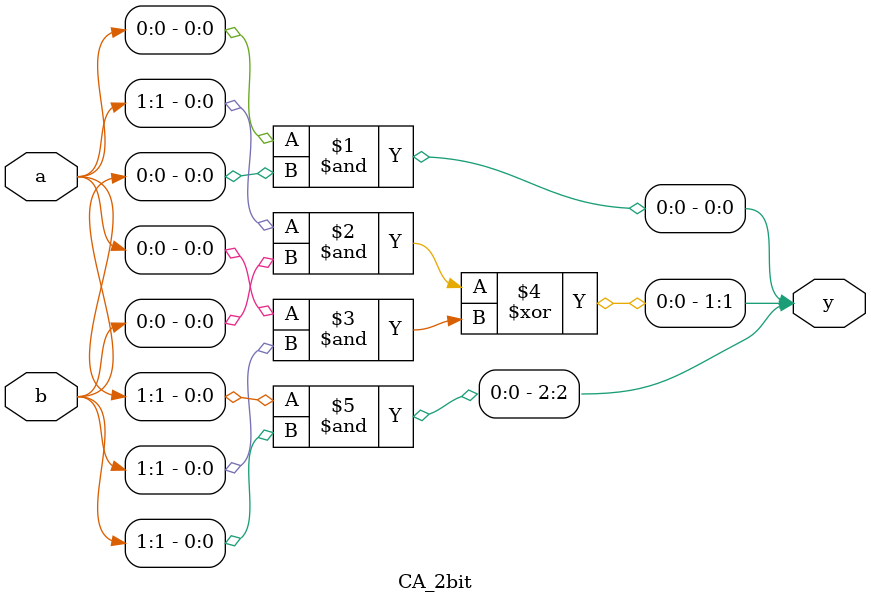
<source format=v>
`timescale 1ns / 1ps


module CA_2bit(
    a,
    b,
    y
    );

input [1:0] a;
input [1:0] b;

output [2:0] y;

assign y[0] = (a[0] & b[0]);

assign y[1] = (a[1] & b[0])^(a[0] & b[1]);

assign y[2] = (a[1] & b[1]);
   
endmodule

</source>
